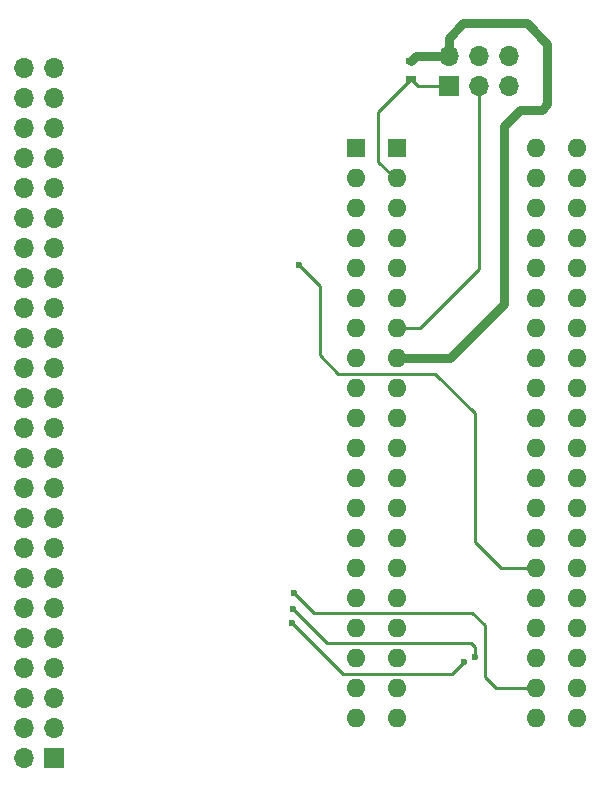
<source format=gbr>
G04 #@! TF.FileFunction,Copper,L1,Top,Signal*
%FSLAX46Y46*%
G04 Gerber Fmt 4.6, Leading zero omitted, Abs format (unit mm)*
G04 Created by KiCad (PCBNEW 4.0.7) date 07/31/18 13:50:20*
%MOMM*%
%LPD*%
G01*
G04 APERTURE LIST*
%ADD10C,0.100000*%
%ADD11R,1.600000X1.600000*%
%ADD12O,1.600000X1.600000*%
%ADD13R,1.700000X1.700000*%
%ADD14O,1.700000X1.700000*%
%ADD15R,0.900000X0.500000*%
%ADD16C,0.600000*%
%ADD17C,0.250000*%
%ADD18C,0.750000*%
G04 APERTURE END LIST*
D10*
D11*
X79560000Y-80170000D03*
D12*
X94800000Y-128430000D03*
X79560000Y-82710000D03*
X94800000Y-125890000D03*
X79560000Y-85250000D03*
X94800000Y-123350000D03*
X79560000Y-87790000D03*
X94800000Y-120810000D03*
X79560000Y-90330000D03*
X94800000Y-118270000D03*
X79560000Y-92870000D03*
X94800000Y-115730000D03*
X79560000Y-95410000D03*
X94800000Y-113190000D03*
X79560000Y-97950000D03*
X94800000Y-110650000D03*
X79560000Y-100490000D03*
X94800000Y-108110000D03*
X79560000Y-103030000D03*
X94800000Y-105570000D03*
X79560000Y-105570000D03*
X94800000Y-103030000D03*
X79560000Y-108110000D03*
X94800000Y-100490000D03*
X79560000Y-110650000D03*
X94800000Y-97950000D03*
X79560000Y-113190000D03*
X94800000Y-95410000D03*
X79560000Y-115730000D03*
X94800000Y-92870000D03*
X79560000Y-118270000D03*
X94800000Y-90330000D03*
X79560000Y-120810000D03*
X94800000Y-87790000D03*
X79560000Y-123350000D03*
X94800000Y-85250000D03*
X79560000Y-125890000D03*
X94800000Y-82710000D03*
X79560000Y-128430000D03*
X94800000Y-80170000D03*
D13*
X53980000Y-131830000D03*
D14*
X51440000Y-131830000D03*
X53980000Y-129290000D03*
X51440000Y-129290000D03*
X53980000Y-126750000D03*
X51440000Y-126750000D03*
X53980000Y-124210000D03*
X51440000Y-124210000D03*
X53980000Y-121670000D03*
X51440000Y-121670000D03*
X53980000Y-119130000D03*
X51440000Y-119130000D03*
X53980000Y-116590000D03*
X51440000Y-116590000D03*
X53980000Y-114050000D03*
X51440000Y-114050000D03*
X53980000Y-111510000D03*
X51440000Y-111510000D03*
X53980000Y-108970000D03*
X51440000Y-108970000D03*
X53980000Y-106430000D03*
X51440000Y-106430000D03*
X53980000Y-103890000D03*
X51440000Y-103890000D03*
X53980000Y-101350000D03*
X51440000Y-101350000D03*
X53980000Y-98810000D03*
X51440000Y-98810000D03*
X53980000Y-96270000D03*
X51440000Y-96270000D03*
X53980000Y-93730000D03*
X51440000Y-93730000D03*
X53980000Y-91190000D03*
X51440000Y-91190000D03*
X53980000Y-88650000D03*
X51440000Y-88650000D03*
X53980000Y-86110000D03*
X51440000Y-86110000D03*
X53980000Y-83570000D03*
X51440000Y-83570000D03*
X53980000Y-81030000D03*
X51440000Y-81030000D03*
X53980000Y-78490000D03*
X51440000Y-78490000D03*
X53980000Y-75950000D03*
X51440000Y-75950000D03*
X53980000Y-73410000D03*
X51440000Y-73410000D03*
D13*
X87370000Y-74940000D03*
D14*
X87370000Y-72400000D03*
X89910000Y-74940000D03*
X89910000Y-72400000D03*
X92450000Y-74940000D03*
X92450000Y-72400000D03*
D15*
X84160000Y-72820000D03*
X84160000Y-74320000D03*
D11*
X82970000Y-80170000D03*
D12*
X98210000Y-128430000D03*
X82970000Y-82710000D03*
X98210000Y-125890000D03*
X82970000Y-85250000D03*
X98210000Y-123350000D03*
X82970000Y-87790000D03*
X98210000Y-120810000D03*
X82970000Y-90330000D03*
X98210000Y-118270000D03*
X82970000Y-92870000D03*
X98210000Y-115730000D03*
X82970000Y-95410000D03*
X98210000Y-113190000D03*
X82970000Y-97950000D03*
X98210000Y-110650000D03*
X82970000Y-100490000D03*
X98210000Y-108110000D03*
X82970000Y-103030000D03*
X98210000Y-105570000D03*
X82970000Y-105570000D03*
X98210000Y-103030000D03*
X82970000Y-108110000D03*
X98210000Y-100490000D03*
X82970000Y-110650000D03*
X98210000Y-97950000D03*
X82970000Y-113190000D03*
X98210000Y-95410000D03*
X82970000Y-115730000D03*
X98210000Y-92870000D03*
X82970000Y-118270000D03*
X98210000Y-90330000D03*
X82970000Y-120810000D03*
X98210000Y-87790000D03*
X82970000Y-123350000D03*
X98210000Y-85250000D03*
X82970000Y-125890000D03*
X98210000Y-82710000D03*
X82970000Y-128430000D03*
X98210000Y-80170000D03*
D16*
X74250000Y-117800000D03*
X89630000Y-123280000D03*
X74190000Y-119180000D03*
X88640000Y-123650000D03*
X74130000Y-120420000D03*
X74680000Y-90070000D03*
D17*
X91350000Y-125890000D02*
X94800000Y-125890000D01*
X90420000Y-124960000D02*
X91350000Y-125890000D01*
X90420000Y-120580000D02*
X90420000Y-124960000D01*
X89380000Y-119540000D02*
X90420000Y-120580000D01*
X75990000Y-119540000D02*
X89380000Y-119540000D01*
X74250000Y-117800000D02*
X75990000Y-119540000D01*
X89630000Y-122440000D02*
X89630000Y-123280000D01*
X89230000Y-122040000D02*
X89630000Y-122440000D01*
X77050000Y-122040000D02*
X89230000Y-122040000D01*
X74190000Y-119180000D02*
X77050000Y-122040000D01*
X87610000Y-124680000D02*
X88640000Y-123650000D01*
X78430000Y-124680000D02*
X87610000Y-124680000D01*
X77580000Y-123830000D02*
X78430000Y-124680000D01*
X77540000Y-123830000D02*
X77580000Y-123830000D01*
X74130000Y-120420000D02*
X77540000Y-123830000D01*
X91770000Y-115730000D02*
X94800000Y-115730000D01*
X89570000Y-113530000D02*
X91770000Y-115730000D01*
X89570000Y-102560000D02*
X89570000Y-113530000D01*
X86249443Y-99270000D02*
X89570000Y-102560000D01*
X78021071Y-99270000D02*
X86249443Y-99270000D01*
X76430000Y-97650000D02*
X78021071Y-99270000D01*
X76430000Y-91820000D02*
X76430000Y-97650000D01*
X74680000Y-90070000D02*
X76430000Y-91820000D01*
X82970000Y-95410000D02*
X84920000Y-95410000D01*
X89910000Y-90420000D02*
X89910000Y-74940000D01*
X84920000Y-95410000D02*
X89910000Y-90420000D01*
D18*
X82970000Y-97950000D02*
X87480000Y-97950000D01*
X87370000Y-70820000D02*
X87370000Y-72400000D01*
X88580000Y-69610000D02*
X87370000Y-70820000D01*
X93960000Y-69610000D02*
X88580000Y-69610000D01*
X95710000Y-71360000D02*
X93960000Y-69610000D01*
X95710000Y-76460000D02*
X95710000Y-71360000D01*
X95250000Y-76920000D02*
X95710000Y-76460000D01*
X93430000Y-76920000D02*
X95250000Y-76920000D01*
X92050000Y-78300000D02*
X93430000Y-76920000D01*
X92050000Y-93380000D02*
X92050000Y-78300000D01*
X87480000Y-97950000D02*
X92050000Y-93380000D01*
X87370000Y-72400000D02*
X84580000Y-72400000D01*
X84580000Y-72400000D02*
X84160000Y-72820000D01*
D17*
X82970000Y-82710000D02*
X82790000Y-82710000D01*
X82790000Y-82710000D02*
X81400000Y-81320000D01*
X81400000Y-81320000D02*
X81400000Y-77080000D01*
X81400000Y-77080000D02*
X84160000Y-74320000D01*
X87370000Y-74940000D02*
X84780000Y-74940000D01*
X84780000Y-74940000D02*
X84160000Y-74320000D01*
M02*

</source>
